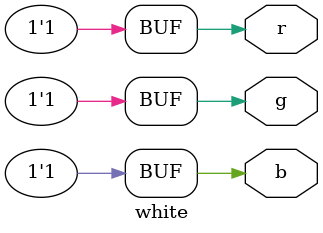
<source format=v>

module white (
           output r,g,b
       );
/////////////////////////////////////////////
// parameter and signals
/////////////////////////////////////////////
// parameter

// regs or wires

/////////////////////////////////////////////
// main code
/////////////////////////////////////////////
assign r = 1'b1;
assign g = 1'b1;
assign b = 1'b1;

/////////////////////////////////////////////
// code end
/////////////////////////////////////////////
endmodule

</source>
